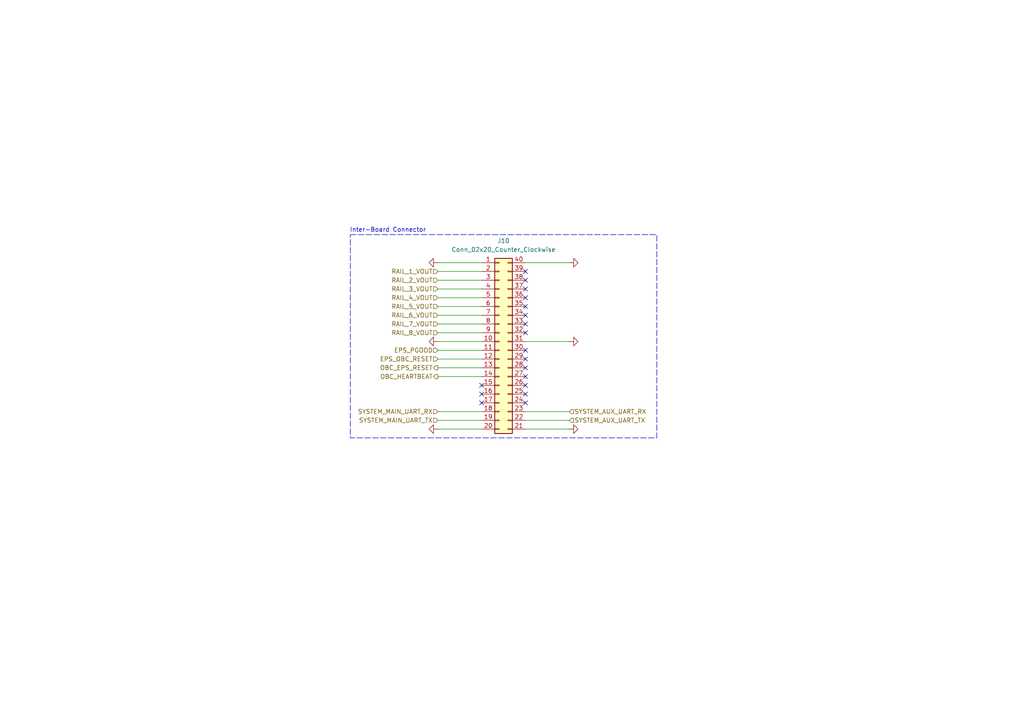
<source format=kicad_sch>
(kicad_sch (version 20250114) (generator "eeschema") (generator_version "9.0")
  (paper "A4")
  (title_block (title "OSUSat CubeSat EPS") (date "2025-08-22") (rev "1") (company "SCRT"))
  (lib_symbols
    (symbol "Connector_Generic:Conn_02x20_Counter_Clockwise" (pin_names (offset 1.016) (hide yes))
      (property "Reference" "J" (at 1.27 25.4 0))
      (property "Value" "Conn_02x20_Counter_Clockwise" (at 1.27 -27.94 0))
      (symbol "Conn_02x20_Counter_Clockwise_1_1"
        (rectangle (start -1.27 24.13) (end 3.81 -26.67) (stroke (width 0.254)) (fill (type background)))
        (rectangle (start -1.27 22.987) (end 0 22.733) (stroke (width 0.1524)))
        (rectangle (start -1.27 20.447) (end 0 20.193) (stroke (width 0.1524)))
        (rectangle (start -1.27 17.907) (end 0 17.653) (stroke (width 0.1524)))
        (rectangle (start -1.27 15.367) (end 0 15.113) (stroke (width 0.1524)))
        (rectangle (start -1.27 12.827) (end 0 12.573) (stroke (width 0.1524)))
        (rectangle (start -1.27 10.287) (end 0 10.033) (stroke (width 0.1524)))
        (rectangle (start -1.27 7.747) (end 0 7.493) (stroke (width 0.1524)))
        (rectangle (start -1.27 5.207) (end 0 4.953) (stroke (width 0.1524)))
        (rectangle (start -1.27 2.667) (end 0 2.413) (stroke (width 0.1524)))
        (rectangle (start -1.27 0.127) (end 0 -0.127) (stroke (width 0.1524)))
        (rectangle (start -1.27 -2.413) (end 0 -2.667) (stroke (width 0.1524)))
        (rectangle (start -1.27 -4.953) (end 0 -5.207) (stroke (width 0.1524)))
        (rectangle (start -1.27 -7.493) (end 0 -7.747) (stroke (width 0.1524)))
        (rectangle (start -1.27 -10.033) (end 0 -10.287) (stroke (width 0.1524)))
        (rectangle (start -1.27 -12.573) (end 0 -12.827) (stroke (width 0.1524)))
        (rectangle (start -1.27 -15.113) (end 0 -15.367) (stroke (width 0.1524)))
        (rectangle (start -1.27 -17.653) (end 0 -17.907) (stroke (width 0.1524)))
        (rectangle (start -1.27 -20.193) (end 0 -20.447) (stroke (width 0.1524)))
        (rectangle (start -1.27 -22.733) (end 0 -22.987) (stroke (width 0.1524)))
        (rectangle (start -1.27 -25.273) (end 0 -25.527) (stroke (width 0.1524)))
        (rectangle (start 3.81 22.987) (end 2.54 22.733) (stroke (width 0.1524)))
        (rectangle (start 3.81 20.447) (end 2.54 20.193) (stroke (width 0.1524)))
        (rectangle (start 3.81 17.907) (end 2.54 17.653) (stroke (width 0.1524)))
        (rectangle (start 3.81 15.367) (end 2.54 15.113) (stroke (width 0.1524)))
        (rectangle (start 3.81 12.827) (end 2.54 12.573) (stroke (width 0.1524)))
        (rectangle (start 3.81 10.287) (end 2.54 10.033) (stroke (width 0.1524)))
        (rectangle (start 3.81 7.747) (end 2.54 7.493) (stroke (width 0.1524)))
        (rectangle (start 3.81 5.207) (end 2.54 4.953) (stroke (width 0.1524)))
        (rectangle (start 3.81 2.667) (end 2.54 2.413) (stroke (width 0.1524)))
        (rectangle (start 3.81 0.127) (end 2.54 -0.127) (stroke (width 0.1524)))
        (rectangle (start 3.81 -2.413) (end 2.54 -2.667) (stroke (width 0.1524)))
        (rectangle (start 3.81 -4.953) (end 2.54 -5.207) (stroke (width 0.1524)))
        (rectangle (start 3.81 -7.493) (end 2.54 -7.747) (stroke (width 0.1524)))
        (rectangle (start 3.81 -10.033) (end 2.54 -10.287) (stroke (width 0.1524)))
        (rectangle (start 3.81 -12.573) (end 2.54 -12.827) (stroke (width 0.1524)))
        (rectangle (start 3.81 -15.113) (end 2.54 -15.367) (stroke (width 0.1524)))
        (rectangle (start 3.81 -17.653) (end 2.54 -17.907) (stroke (width 0.1524)))
        (rectangle (start 3.81 -20.193) (end 2.54 -20.447) (stroke (width 0.1524)))
        (rectangle (start 3.81 -22.733) (end 2.54 -22.987) (stroke (width 0.1524)))
        (rectangle (start 3.81 -25.273) (end 2.54 -25.527) (stroke (width 0.1524)))
        (pin passive line (at -5.08 22.86 0) (length 3.81) (name "Pin_1") (number "1"))
        (pin passive line (at -5.08 20.32 0) (length 3.81) (name "Pin_2") (number "2"))
        (pin passive line (at -5.08 17.78 0) (length 3.81) (name "Pin_3") (number "3"))
        (pin passive line (at -5.08 15.24 0) (length 3.81) (name "Pin_4") (number "4"))
        (pin passive line (at -5.08 12.7 0) (length 3.81) (name "Pin_5") (number "5"))
        (pin passive line (at -5.08 10.16 0) (length 3.81) (name "Pin_6") (number "6"))
        (pin passive line (at -5.08 7.62 0) (length 3.81) (name "Pin_7") (number "7"))
        (pin passive line (at -5.08 5.08 0) (length 3.81) (name "Pin_8") (number "8"))
        (pin passive line (at -5.08 2.54 0) (length 3.81) (name "Pin_9") (number "9"))
        (pin passive line (at -5.08 0 0) (length 3.81) (name "Pin_10") (number "10"))
        (pin passive line (at -5.08 -2.54 0) (length 3.81) (name "Pin_11") (number "11"))
        (pin passive line (at -5.08 -5.08 0) (length 3.81) (name "Pin_12") (number "12"))
        (pin passive line (at -5.08 -7.62 0) (length 3.81) (name "Pin_13") (number "13"))
        (pin passive line (at -5.08 -10.16 0) (length 3.81) (name "Pin_14") (number "14"))
        (pin passive line (at -5.08 -12.7 0) (length 3.81) (name "Pin_15") (number "15"))
        (pin passive line (at -5.08 -15.24 0) (length 3.81) (name "Pin_16") (number "16"))
        (pin passive line (at -5.08 -17.78 0) (length 3.81) (name "Pin_17") (number "17"))
        (pin passive line (at -5.08 -20.32 0) (length 3.81) (name "Pin_18") (number "18"))
        (pin passive line (at -5.08 -22.86 0) (length 3.81) (name "Pin_19") (number "19"))
        (pin passive line (at -5.08 -25.4 0) (length 3.81) (name "Pin_20") (number "20"))
        (pin passive line (at 7.62 22.86 180) (length 3.81) (name "Pin_40") (number "40"))
        (pin passive line (at 7.62 20.32 180) (length 3.81) (name "Pin_39") (number "39"))
        (pin passive line (at 7.62 17.78 180) (length 3.81) (name "Pin_38") (number "38"))
        (pin passive line (at 7.62 15.24 180) (length 3.81) (name "Pin_37") (number "37"))
        (pin passive line (at 7.62 12.7 180) (length 3.81) (name "Pin_36") (number "36"))
        (pin passive line (at 7.62 10.16 180) (length 3.81) (name "Pin_35") (number "35"))
        (pin passive line (at 7.62 7.62 180) (length 3.81) (name "Pin_34") (number "34"))
        (pin passive line (at 7.62 5.08 180) (length 3.81) (name "Pin_33") (number "33"))
        (pin passive line (at 7.62 2.54 180) (length 3.81) (name "Pin_32") (number "32"))
        (pin passive line (at 7.62 0 180) (length 3.81) (name "Pin_31") (number "31"))
        (pin passive line (at 7.62 -2.54 180) (length 3.81) (name "Pin_30") (number "30"))
        (pin passive line (at 7.62 -5.08 180) (length 3.81) (name "Pin_29") (number "29"))
        (pin passive line (at 7.62 -7.62 180) (length 3.81) (name "Pin_28") (number "28"))
        (pin passive line (at 7.62 -10.16 180) (length 3.81) (name "Pin_27") (number "27"))
        (pin passive line (at 7.62 -12.7 180) (length 3.81) (name "Pin_26") (number "26"))
        (pin passive line (at 7.62 -15.24 180) (length 3.81) (name "Pin_25") (number "25"))
        (pin passive line (at 7.62 -17.78 180) (length 3.81) (name "Pin_24") (number "24"))
        (pin passive line (at 7.62 -20.32 180) (length 3.81) (name "Pin_23") (number "23"))
        (pin passive line (at 7.62 -22.86 180) (length 3.81) (name "Pin_22") (number "22"))
        (pin passive line (at 7.62 -25.4 180) (length 3.81) (name "Pin_21") (number "21"))
      )
    )
    (symbol "power:GND" (power) (pin_numbers (hide yes)) (pin_names (offset 0) (hide yes))
      (property "Value" "GND" (at 0 -3.81 0))
      (symbol "GND_0_1"
        (polyline (pts (xy 0 0) (xy 0 -1.27) (xy 1.27 -1.27) (xy 0 -2.54) (xy -1.27 -1.27) (xy 0 -1.27)))
      )
      (symbol "GND_1_1"
        (pin power_in line (at 0 0 270) (length 0) (name "~") (number "1"))
      )
    )
  )
  (rectangle (start 101.6 68.072) (end 190.5 127) (stroke (width 0) (type dash)))
  (text "Inter-Board Connector" (at 112.522 66.802 0) (effects (font (size 1.27 1.27))))
  (no_connect (at 152.4 101.6))
  (no_connect (at 152.4 78.74))
  (no_connect (at 152.4 109.22))
  (no_connect (at 152.4 114.3))
  (no_connect (at 152.4 83.82))
  (no_connect (at 152.4 86.36))
  (no_connect (at 139.7 114.3))
  (no_connect (at 152.4 106.68))
  (no_connect (at 152.4 116.84))
  (no_connect (at 139.7 116.84))
  (no_connect (at 152.4 104.14))
  (no_connect (at 152.4 111.76))
  (no_connect (at 139.7 111.76))
  (no_connect (at 152.4 93.98))
  (no_connect (at 152.4 96.52))
  (no_connect (at 152.4 91.44))
  (no_connect (at 152.4 81.28))
  (no_connect (at 152.4 88.9))
  (wire (pts (xy 127 106.68) (xy 139.7 106.68)))
  (wire (pts (xy 127 93.98) (xy 139.7 93.98)))
  (wire (pts (xy 127 109.22) (xy 139.7 109.22)))
  (wire (pts (xy 152.4 124.46) (xy 165.1 124.46)))
  (wire (pts (xy 127 88.9) (xy 139.7 88.9)))
  (wire (pts (xy 127 76.2) (xy 139.7 76.2)))
  (wire (pts (xy 165.1 99.06) (xy 152.4 99.06)))
  (wire (pts (xy 127 96.52) (xy 139.7 96.52)))
  (wire (pts (xy 127 101.6) (xy 139.7 101.6)))
  (wire (pts (xy 152.4 76.2) (xy 165.1 76.2)))
  (wire (pts (xy 127 86.36) (xy 139.7 86.36)))
  (wire (pts (xy 165.1 119.38) (xy 152.4 119.38)))
  (wire (pts (xy 127 99.06) (xy 139.7 99.06)))
  (wire (pts (xy 127 119.38) (xy 139.7 119.38)))
  (wire (pts (xy 127 104.14) (xy 139.7 104.14)))
  (wire (pts (xy 127 83.82) (xy 139.7 83.82)))
  (wire (pts (xy 127 91.44) (xy 139.7 91.44)))
  (wire (pts (xy 127 121.92) (xy 139.7 121.92)))
  (wire (pts (xy 127 124.46) (xy 139.7 124.46)))
  (wire (pts (xy 127 81.28) (xy 139.7 81.28)))
  (wire (pts (xy 127 78.74) (xy 139.7 78.74)))
  (wire (pts (xy 165.1 121.92) (xy 152.4 121.92)))
  (hierarchical_label "OBC_HEARTBEAT" (shape output) (at 127 109.22 180))
  (hierarchical_label "RAIL_4_VOUT" (shape input) (at 127 86.36 180))
  (hierarchical_label "RAIL_6_VOUT" (shape input) (at 127 91.44 180))
  (hierarchical_label "SYSTEM_AUX_UART_RX" (shape input) (at 165.1 119.38 0))
  (hierarchical_label "RAIL_7_VOUT" (shape input) (at 127 93.98 180))
  (hierarchical_label "SYSTEM_AUX_UART_TX" (shape input) (at 165.1 121.92 0))
  (hierarchical_label "EPS_OBC_RESET" (shape input) (at 127 104.14 180))
  (hierarchical_label "EPS_PGOOD" (shape input) (at 127 101.6 180))
  (hierarchical_label "RAIL_2_VOUT" (shape input) (at 127 81.28 180))
  (hierarchical_label "RAIL_5_VOUT" (shape input) (at 127 88.9 180))
  (hierarchical_label "RAIL_8_VOUT" (shape input) (at 127 96.52 180))
  (hierarchical_label "SYSTEM_MAIN_UART_TX" (shape input) (at 127 121.92 180))
  (hierarchical_label "RAIL_1_VOUT" (shape input) (at 127 78.74 180))
  (hierarchical_label "RAIL_3_VOUT" (shape input) (at 127 83.82 180))
  (hierarchical_label "OBC_EPS_RESET" (shape output) (at 127 106.68 180))
  (hierarchical_label "SYSTEM_MAIN_UART_RX" (shape input) (at 127 119.38 180))
  (symbol (lib_id "power:GND") (at 127 76.2 270) (unit 1)
    (property "Reference" "#PWR039" (effects (hide yes)))
    (property "Value" "GND" (effects (hide yes)))
    (property "Description" "Power symbol creates a global label with name \"GND\" , ground" (effects (hide yes)))
  )
  (symbol (lib_id "power:GND") (at 165.1 76.2 90) (unit 1)
    (property "Reference" "#PWR042" (effects (hide yes)))
    (property "Value" "GND" (effects (hide yes)))
    (property "Description" "Power symbol creates a global label with name \"GND\" , ground" (effects (hide yes)))
  )
  (symbol (lib_id "Connector_Generic:Conn_02x20_Counter_Clockwise") (at 144.78 99.06 0) (unit 1)
    (property "Reference" "J10" (at 146.05 69.85 0))
    (property "Value" "Conn_02x20_Counter_Clockwise" (at 146.05 72.39 0))
    (property "Description" "Generic connector, double row, 02x20, counter clockwise pin numbering scheme (similar to DIP package numbering), script generated (kicad-library-utils/schlib/autogen/connector/)" (effects (hide yes)))
  )
  (symbol (lib_id "power:GND") (at 127 124.46 270) (unit 1)
    (property "Reference" "#PWR041" (effects (hide yes)))
    (property "Value" "GND" (effects (hide yes)))
    (property "Description" "Power symbol creates a global label with name \"GND\" , ground" (effects (hide yes)))
  )
  (symbol (lib_id "power:GND") (at 127 99.06 270) (unit 1)
    (property "Reference" "#PWR040" (effects (hide yes)))
    (property "Value" "GND" (effects (hide yes)))
    (property "Description" "Power symbol creates a global label with name \"GND\" , ground" (effects (hide yes)))
  )
  (symbol (lib_id "power:GND") (at 165.1 99.06 90) (unit 1)
    (property "Reference" "#PWR043" (effects (hide yes)))
    (property "Value" "GND" (effects (hide yes)))
    (property "Description" "Power symbol creates a global label with name \"GND\" , ground" (effects (hide yes)))
  )
  (symbol (lib_id "power:GND") (at 165.1 124.46 90) (unit 1)
    (property "Reference" "#PWR044" (effects (hide yes)))
    (property "Value" "GND" (effects (hide yes)))
    (property "Description" "Power symbol creates a global label with name \"GND\" , ground" (effects (hide yes)))
  )
)
</source>
